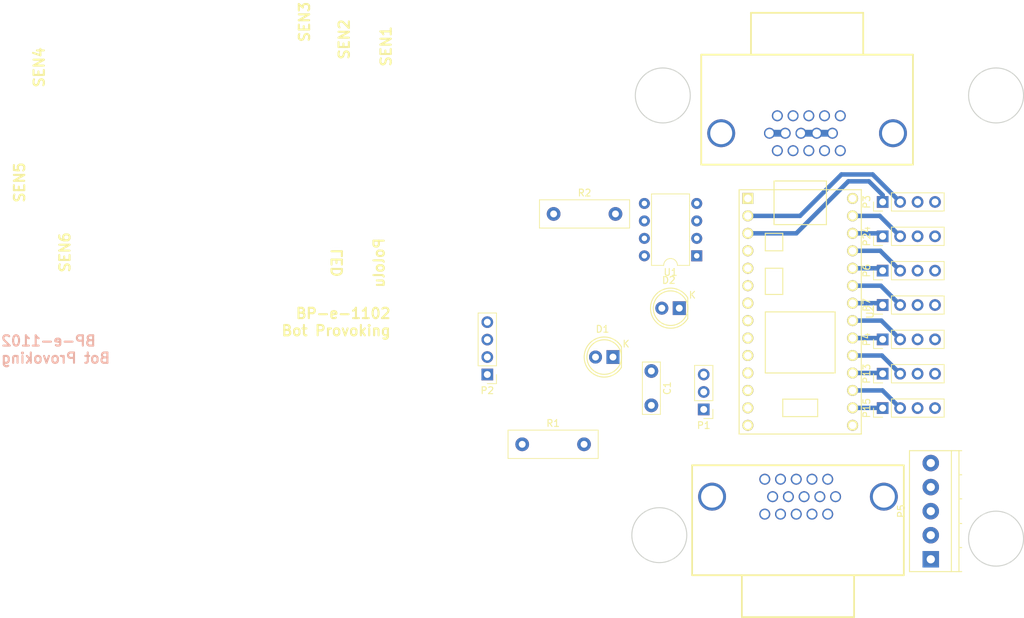
<source format=kicad_pcb>
(kicad_pcb (version 4) (host pcbnew 4.0.5)

  (general
    (links 76)
    (no_connects 59)
    (area 53.544 79.911143 204.687 169.745001)
    (thickness 1.6)
    (drawings 16)
    (tracks 36)
    (zones 0)
    (modules 19)
    (nets 45)
  )

  (page A4)
  (layers
    (0 F.Cu signal)
    (31 B.Cu signal)
    (32 B.Adhes user)
    (33 F.Adhes user)
    (34 B.Paste user)
    (35 F.Paste user)
    (36 B.SilkS user)
    (37 F.SilkS user)
    (38 B.Mask user)
    (39 F.Mask user)
    (40 Dwgs.User user)
    (41 Cmts.User user)
    (42 Eco1.User user)
    (43 Eco2.User user)
    (44 Edge.Cuts user)
    (45 Margin user)
    (46 B.CrtYd user)
    (47 F.CrtYd user)
    (48 B.Fab user)
    (49 F.Fab user)
  )

  (setup
    (last_trace_width 0.65)
    (trace_clearance 0.2)
    (zone_clearance 0.5)
    (zone_45_only no)
    (trace_min 0.2)
    (segment_width 0.2)
    (edge_width 0.15)
    (via_size 1)
    (via_drill 0.6)
    (via_min_size 0.4)
    (via_min_drill 0.3)
    (uvia_size 0.3)
    (uvia_drill 0.1)
    (uvias_allowed no)
    (uvia_min_size 0.2)
    (uvia_min_drill 0.1)
    (pcb_text_width 0.3)
    (pcb_text_size 1.5 1.5)
    (mod_edge_width 0.15)
    (mod_text_size 1 1)
    (mod_text_width 0.15)
    (pad_size 1.524 1.524)
    (pad_drill 0.762)
    (pad_to_mask_clearance 0.2)
    (aux_axis_origin 0 0)
    (visible_elements FFFFFF7F)
    (pcbplotparams
      (layerselection 0x01030_80000001)
      (usegerberextensions false)
      (excludeedgelayer true)
      (linewidth 0.100000)
      (plotframeref false)
      (viasonmask false)
      (mode 1)
      (useauxorigin false)
      (hpglpennumber 1)
      (hpglpenspeed 20)
      (hpglpendiameter 15)
      (hpglpenoverlay 2)
      (psnegative false)
      (psa4output false)
      (plotreference true)
      (plotvalue true)
      (plotinvisibletext false)
      (padsonsilk false)
      (subtractmaskfromsilk false)
      (outputformat 1)
      (mirror false)
      (drillshape 0)
      (scaleselection 1)
      (outputdirectory Gerber/))
  )

  (net 0 "")
  (net 1 GND)
  (net 2 "Net-(D1-Pad2)")
  (net 3 "Net-(D2-Pad2)")
  (net 4 "Net-(J1-Pad0)")
  (net 5 +12V)
  (net 6 +5V)
  (net 7 /CANH)
  (net 8 /CANL)
  (net 9 "Net-(J2-Pad0)")
  (net 10 /DIN)
  (net 11 /0A)
  (net 12 /0B)
  (net 13 /1A)
  (net 14 /1B)
  (net 15 /CAN_Tx)
  (net 16 /CAN_Rx)
  (net 17 "Net-(R2-Pad1)")
  (net 18 "Net-(R1-Pad1)")
  (net 19 /A6)
  (net 20 /A7)
  (net 21 /A2)
  (net 22 /A3)
  (net 23 /A0)
  (net 24 /A1)
  (net 25 /A8)
  (net 26 /A9)
  (net 27 "Net-(J1-Pad11)")
  (net 28 "Net-(J1-Pad5)")
  (net 29 "Net-(J1-Pad4)")
  (net 30 "Net-(J1-Pad3)")
  (net 31 "Net-(J2-Pad11)")
  (net 32 "Net-(J2-Pad5)")
  (net 33 "Net-(J2-Pad4)")
  (net 34 "Net-(J2-Pad3)")
  (net 35 /A4)
  (net 36 /A5)
  (net 37 "Net-(U1-Pad5)")
  (net 38 "Net-(U2-Pad20)")
  (net 39 "Net-(U2-Pad13)")
  (net 40 "Net-(U2-Pad12)")
  (net 41 "Net-(U2-Pad10)")
  (net 42 "Net-(U2-Pad9)")
  (net 43 "Net-(U2-Pad7)")
  (net 44 "Net-(U2-Pad4)")

  (net_class Default "This is the default net class."
    (clearance 0.2)
    (trace_width 0.65)
    (via_dia 1)
    (via_drill 0.6)
    (uvia_dia 0.3)
    (uvia_drill 0.1)
    (add_net /0A)
    (add_net /0B)
    (add_net /1A)
    (add_net /1B)
    (add_net /A0)
    (add_net /A1)
    (add_net /A2)
    (add_net /A3)
    (add_net /A4)
    (add_net /A5)
    (add_net /A6)
    (add_net /A7)
    (add_net /A8)
    (add_net /A9)
    (add_net /CANH)
    (add_net /CANL)
    (add_net /CAN_Rx)
    (add_net /CAN_Tx)
    (add_net /DIN)
    (add_net "Net-(D1-Pad2)")
    (add_net "Net-(D2-Pad2)")
    (add_net "Net-(J1-Pad0)")
    (add_net "Net-(J1-Pad11)")
    (add_net "Net-(J1-Pad3)")
    (add_net "Net-(J1-Pad4)")
    (add_net "Net-(J1-Pad5)")
    (add_net "Net-(J2-Pad0)")
    (add_net "Net-(J2-Pad11)")
    (add_net "Net-(J2-Pad3)")
    (add_net "Net-(J2-Pad4)")
    (add_net "Net-(J2-Pad5)")
    (add_net "Net-(R1-Pad1)")
    (add_net "Net-(R2-Pad1)")
    (add_net "Net-(U1-Pad5)")
    (add_net "Net-(U2-Pad10)")
    (add_net "Net-(U2-Pad12)")
    (add_net "Net-(U2-Pad13)")
    (add_net "Net-(U2-Pad20)")
    (add_net "Net-(U2-Pad4)")
    (add_net "Net-(U2-Pad7)")
    (add_net "Net-(U2-Pad9)")
  )

  (net_class Power ""
    (clearance 0.2)
    (trace_width 1)
    (via_dia 1)
    (via_drill 0.6)
    (uvia_dia 0.3)
    (uvia_drill 0.1)
    (add_net +12V)
    (add_net +5V)
    (add_net GND)
  )

  (module Teensy:Teensy30_31_32_LC_LessPins (layer F.Cu) (tedit 587814B3) (tstamp 58A8F491)
    (at 170 125 270)
    (path /5872AF2C)
    (fp_text reference U2 (at 0 -10.16 270) (layer F.SilkS)
      (effects (font (size 1 1) (thickness 0.15)))
    )
    (fp_text value Teensy3.2 (at 0 10.16 270) (layer F.Fab)
      (effects (font (size 1 1) (thickness 0.15)))
    )
    (fp_line (start -17.78 3.81) (end -19.05 3.81) (layer F.SilkS) (width 0.15))
    (fp_line (start -19.05 3.81) (end -19.05 -3.81) (layer F.SilkS) (width 0.15))
    (fp_line (start -19.05 -3.81) (end -17.78 -3.81) (layer F.SilkS) (width 0.15))
    (fp_line (start -6.35 5.08) (end -2.54 5.08) (layer F.SilkS) (width 0.15))
    (fp_line (start -2.54 5.08) (end -2.54 2.54) (layer F.SilkS) (width 0.15))
    (fp_line (start -2.54 2.54) (end -6.35 2.54) (layer F.SilkS) (width 0.15))
    (fp_line (start -6.35 2.54) (end -6.35 5.08) (layer F.SilkS) (width 0.15))
    (fp_line (start -12.7 3.81) (end -12.7 -3.81) (layer F.SilkS) (width 0.15))
    (fp_line (start -12.7 -3.81) (end -17.78 -3.81) (layer F.SilkS) (width 0.15))
    (fp_line (start -12.7 3.81) (end -17.78 3.81) (layer F.SilkS) (width 0.15))
    (fp_line (start -11.43 5.08) (end -8.89 5.08) (layer F.SilkS) (width 0.15))
    (fp_line (start -8.89 5.08) (end -8.89 2.54) (layer F.SilkS) (width 0.15))
    (fp_line (start -8.89 2.54) (end -11.43 2.54) (layer F.SilkS) (width 0.15))
    (fp_line (start -11.43 2.54) (end -11.43 5.08) (layer F.SilkS) (width 0.15))
    (fp_line (start 15.24 -2.54) (end 15.24 2.54) (layer F.SilkS) (width 0.15))
    (fp_line (start 15.24 2.54) (end 12.7 2.54) (layer F.SilkS) (width 0.15))
    (fp_line (start 12.7 2.54) (end 12.7 -2.54) (layer F.SilkS) (width 0.15))
    (fp_line (start 12.7 -2.54) (end 15.24 -2.54) (layer F.SilkS) (width 0.15))
    (fp_line (start 8.89 5.08) (end 8.89 -5.08) (layer F.SilkS) (width 0.15))
    (fp_line (start 0 -5.08) (end 0 5.08) (layer F.SilkS) (width 0.15))
    (fp_line (start 8.89 -5.08) (end 0 -5.08) (layer F.SilkS) (width 0.15))
    (fp_line (start 8.89 5.08) (end 0 5.08) (layer F.SilkS) (width 0.15))
    (fp_line (start -17.78 -8.89) (end 17.78 -8.89) (layer F.SilkS) (width 0.15))
    (fp_line (start 17.78 -8.89) (end 17.78 8.89) (layer F.SilkS) (width 0.15))
    (fp_line (start 17.78 8.89) (end -17.78 8.89) (layer F.SilkS) (width 0.15))
    (fp_line (start -17.78 8.89) (end -17.78 -8.89) (layer F.SilkS) (width 0.15))
    (pad 20 thru_hole circle (at 16.51 -7.62 270) (size 1.6 1.6) (drill 1.1) (layers *.Cu *.Mask F.SilkS)
      (net 38 "Net-(U2-Pad20)"))
    (pad 14 thru_hole circle (at 16.51 7.62 270) (size 1.6 1.6) (drill 1.1) (layers *.Cu *.Mask F.SilkS)
      (net 10 /DIN))
    (pad 21 thru_hole circle (at 13.97 -7.62 270) (size 1.6 1.6) (drill 1.1) (layers *.Cu *.Mask F.SilkS)
      (net 23 /A0))
    (pad 22 thru_hole circle (at 11.43 -7.62 270) (size 1.6 1.6) (drill 1.1) (layers *.Cu *.Mask F.SilkS)
      (net 24 /A1))
    (pad 23 thru_hole circle (at 8.89 -7.62 270) (size 1.6 1.6) (drill 1.1) (layers *.Cu *.Mask F.SilkS)
      (net 21 /A2))
    (pad 24 thru_hole circle (at 6.35 -7.62 270) (size 1.6 1.6) (drill 1.1) (layers *.Cu *.Mask F.SilkS)
      (net 22 /A3))
    (pad 25 thru_hole circle (at 3.81 -7.62 270) (size 1.6 1.6) (drill 1.1) (layers *.Cu *.Mask F.SilkS)
      (net 13 /1A))
    (pad 26 thru_hole circle (at 1.27 -7.62 270) (size 1.6 1.6) (drill 1.1) (layers *.Cu *.Mask F.SilkS)
      (net 14 /1B))
    (pad 27 thru_hole circle (at -1.27 -7.62 270) (size 1.6 1.6) (drill 1.1) (layers *.Cu *.Mask F.SilkS)
      (net 35 /A4))
    (pad 28 thru_hole circle (at -3.81 -7.62 270) (size 1.6 1.6) (drill 1.1) (layers *.Cu *.Mask F.SilkS)
      (net 36 /A5))
    (pad 29 thru_hole circle (at -6.35 -7.62 270) (size 1.6 1.6) (drill 1.1) (layers *.Cu *.Mask F.SilkS)
      (net 19 /A6))
    (pad 30 thru_hole circle (at -8.89 -7.62 270) (size 1.6 1.6) (drill 1.1) (layers *.Cu *.Mask F.SilkS)
      (net 20 /A7))
    (pad 31 thru_hole circle (at -11.43 -7.62 270) (size 1.6 1.6) (drill 1.1) (layers *.Cu *.Mask F.SilkS)
      (net 25 /A8))
    (pad 32 thru_hole circle (at -13.97 -7.62 270) (size 1.6 1.6) (drill 1.1) (layers *.Cu *.Mask F.SilkS)
      (net 26 /A9))
    (pad 33 thru_hole circle (at -16.51 -7.62 270) (size 1.6 1.6) (drill 1.1) (layers *.Cu *.Mask F.SilkS)
      (net 6 +5V))
    (pad 13 thru_hole circle (at 13.97 7.62 270) (size 1.6 1.6) (drill 1.1) (layers *.Cu *.Mask F.SilkS)
      (net 39 "Net-(U2-Pad13)"))
    (pad 12 thru_hole circle (at 11.43 7.62 270) (size 1.6 1.6) (drill 1.1) (layers *.Cu *.Mask F.SilkS)
      (net 40 "Net-(U2-Pad12)"))
    (pad 11 thru_hole circle (at 8.89 7.62 270) (size 1.6 1.6) (drill 1.1) (layers *.Cu *.Mask F.SilkS)
      (net 17 "Net-(R2-Pad1)"))
    (pad 10 thru_hole circle (at 6.35 7.62 270) (size 1.6 1.6) (drill 1.1) (layers *.Cu *.Mask F.SilkS)
      (net 41 "Net-(U2-Pad10)"))
    (pad 9 thru_hole circle (at 3.81 7.62 270) (size 1.6 1.6) (drill 1.1) (layers *.Cu *.Mask F.SilkS)
      (net 42 "Net-(U2-Pad9)"))
    (pad 8 thru_hole circle (at 1.27 7.62 270) (size 1.6 1.6) (drill 1.1) (layers *.Cu *.Mask F.SilkS)
      (net 18 "Net-(R1-Pad1)"))
    (pad 7 thru_hole circle (at -1.27 7.62 270) (size 1.6 1.6) (drill 1.1) (layers *.Cu *.Mask F.SilkS)
      (net 43 "Net-(U2-Pad7)"))
    (pad 6 thru_hole circle (at -3.81 7.62 270) (size 1.6 1.6) (drill 1.1) (layers *.Cu *.Mask F.SilkS)
      (net 16 /CAN_Rx))
    (pad 5 thru_hole circle (at -6.35 7.62 270) (size 1.6 1.6) (drill 1.1) (layers *.Cu *.Mask F.SilkS)
      (net 15 /CAN_Tx))
    (pad 4 thru_hole circle (at -8.89 7.62 270) (size 1.6 1.6) (drill 1.1) (layers *.Cu *.Mask F.SilkS)
      (net 44 "Net-(U2-Pad4)"))
    (pad 3 thru_hole circle (at -11.43 7.62 270) (size 1.6 1.6) (drill 1.1) (layers *.Cu *.Mask F.SilkS)
      (net 12 /0B))
    (pad 2 thru_hole circle (at -13.97 7.62 270) (size 1.6 1.6) (drill 1.1) (layers *.Cu *.Mask F.SilkS)
      (net 11 /0A))
    (pad 1 thru_hole rect (at -16.51 7.62 270) (size 1.6 1.6) (drill 1.1) (layers *.Cu *.Mask F.SilkS)
      (net 1 GND))
  )

  (module conn-db15-SPC15430:conn_SPC15430 (layer F.Cu) (tedit 0) (tstamp 587A6F54)
    (at 171 99)
    (path /5872D75A)
    (fp_text reference J2 (at -8.6487 -6.9088) (layer F.SilkS) hide
      (effects (font (size 0.59944 0.59944) (thickness 0.0508)))
    )
    (fp_text value DB15_HighDensity_MountingHoles (at 6.858 -6.7945) (layer F.SilkS) hide
      (effects (font (size 0.59944 0.59944) (thickness 0.0508)))
    )
    (fp_line (start -8.1661 -17.526) (end -8.1661 -11.43) (layer F.SilkS) (width 0.254))
    (fp_line (start -8.1661 -17.526) (end 8.1661 -17.526) (layer F.SilkS) (width 0.254))
    (fp_line (start 8.1661 -17.526) (end 8.1661 -11.43) (layer F.SilkS) (width 0.254))
    (fp_line (start -15.4051 -11.43) (end 15.4051 -11.43) (layer F.SilkS) (width 0.254))
    (fp_line (start 15.4051 -11.43) (end 15.4051 4.572) (layer F.SilkS) (width 0.254))
    (fp_line (start 15.4051 4.572) (end -15.4051 4.572) (layer F.SilkS) (width 0.254))
    (fp_line (start -15.4051 -11.43) (end -15.4051 4.572) (layer F.SilkS) (width 0.254))
    (pad 0 thru_hole circle (at -12.49934 0) (size 4.064 4.064) (drill 3.2004) (layers *.Cu *.Mask)
      (net 9 "Net-(J2-Pad0)"))
    (pad 0 thru_hole circle (at 12.49934 0) (size 4.064 4.064) (drill 3.2004) (layers *.Cu *.Mask)
      (net 9 "Net-(J2-Pad0)"))
    (pad 15 thru_hole circle (at 4.83 -2.54) (size 1.6002 1.6002) (drill 1.19126) (layers *.Cu *.Mask)
      (net 5 +12V))
    (pad 10 thru_hole circle (at 3.685 0) (size 1.6002 1.6002) (drill 1.19126) (layers *.Cu *.Mask)
      (net 1 GND))
    (pad 14 thru_hole circle (at 2.54 -2.54) (size 1.6002 1.6002) (drill 1.19126) (layers *.Cu *.Mask)
      (net 5 +12V))
    (pad 13 thru_hole circle (at 0.25 -2.54) (size 1.6002 1.6002) (drill 1.19126) (layers *.Cu *.Mask)
      (net 6 +5V))
    (pad 12 thru_hole circle (at -2.04 -2.54) (size 1.6002 1.6002) (drill 1.19126) (layers *.Cu *.Mask)
      (net 6 +5V))
    (pad 11 thru_hole circle (at -4.33 -2.54) (size 1.6002 1.6002) (drill 1.19126) (layers *.Cu *.Mask)
      (net 31 "Net-(J2-Pad11)"))
    (pad 9 thru_hole circle (at 1.395 0) (size 1.6002 1.6002) (drill 1.19126) (layers *.Cu *.Mask)
      (net 1 GND))
    (pad 8 thru_hole circle (at -0.895 0) (size 1.6002 1.6002) (drill 1.19126) (layers *.Cu *.Mask)
      (net 1 GND))
    (pad 7 thru_hole circle (at -3.185 0) (size 1.6002 1.6002) (drill 1.19126) (layers *.Cu *.Mask)
      (net 1 GND))
    (pad 6 thru_hole circle (at -5.475 0) (size 1.6002 1.6002) (drill 1.2) (layers *.Cu *.Mask)
      (net 1 GND))
    (pad 5 thru_hole circle (at 4.83 2.54) (size 1.6002 1.6002) (drill 1.19126) (layers *.Cu *.Mask)
      (net 32 "Net-(J2-Pad5)"))
    (pad 4 thru_hole circle (at 2.54 2.54) (size 1.6002 1.6002) (drill 1.19126) (layers *.Cu *.Mask)
      (net 33 "Net-(J2-Pad4)"))
    (pad 3 thru_hole circle (at 0.25 2.54) (size 1.6002 1.6002) (drill 1.19126) (layers *.Cu *.Mask)
      (net 34 "Net-(J2-Pad3)"))
    (pad 2 thru_hole circle (at -2.04 2.54) (size 1.6002 1.6002) (drill 1.19126) (layers *.Cu *.Mask)
      (net 8 /CANL))
    (pad 1 thru_hole circle (at -4.33 2.54) (size 1.6002 1.6002) (drill 1.19126) (layers *.Cu *.Mask)
      (net 7 /CANH))
    (model conn_spc15430.wrl
      (at (xyz 0 0 0))
      (scale (xyz 1 1 1))
      (rotate (xyz 0 0 0))
    )
  )

  (module conn-db15-SPC15430:conn_SPC15430 (layer F.Cu) (tedit 0) (tstamp 587A6F3F)
    (at 169.672 151.892 180)
    (path /5872B2DD)
    (fp_text reference J1 (at -8.6487 -6.9088 180) (layer F.SilkS) hide
      (effects (font (size 0.59944 0.59944) (thickness 0.0508)))
    )
    (fp_text value DB15_HighDensity_MountingHoles (at 6.858 -6.7945 180) (layer F.SilkS) hide
      (effects (font (size 0.59944 0.59944) (thickness 0.0508)))
    )
    (fp_line (start -8.1661 -17.526) (end -8.1661 -11.43) (layer F.SilkS) (width 0.254))
    (fp_line (start -8.1661 -17.526) (end 8.1661 -17.526) (layer F.SilkS) (width 0.254))
    (fp_line (start 8.1661 -17.526) (end 8.1661 -11.43) (layer F.SilkS) (width 0.254))
    (fp_line (start -15.4051 -11.43) (end 15.4051 -11.43) (layer F.SilkS) (width 0.254))
    (fp_line (start 15.4051 -11.43) (end 15.4051 4.572) (layer F.SilkS) (width 0.254))
    (fp_line (start 15.4051 4.572) (end -15.4051 4.572) (layer F.SilkS) (width 0.254))
    (fp_line (start -15.4051 -11.43) (end -15.4051 4.572) (layer F.SilkS) (width 0.254))
    (pad 0 thru_hole circle (at -12.49934 0 180) (size 4.064 4.064) (drill 3.2004) (layers *.Cu *.Mask)
      (net 4 "Net-(J1-Pad0)"))
    (pad 0 thru_hole circle (at 12.49934 0 180) (size 4.064 4.064) (drill 3.2004) (layers *.Cu *.Mask)
      (net 4 "Net-(J1-Pad0)"))
    (pad 15 thru_hole circle (at 4.83 -2.54 180) (size 1.6002 1.6002) (drill 1.19126) (layers *.Cu *.Mask)
      (net 5 +12V))
    (pad 10 thru_hole circle (at 3.685 0 180) (size 1.6002 1.6002) (drill 1.19126) (layers *.Cu *.Mask)
      (net 1 GND))
    (pad 14 thru_hole circle (at 2.54 -2.54 180) (size 1.6002 1.6002) (drill 1.19126) (layers *.Cu *.Mask)
      (net 5 +12V))
    (pad 13 thru_hole circle (at 0.25 -2.54 180) (size 1.6002 1.6002) (drill 1.19126) (layers *.Cu *.Mask)
      (net 6 +5V))
    (pad 12 thru_hole circle (at -2.04 -2.54 180) (size 1.6002 1.6002) (drill 1.19126) (layers *.Cu *.Mask)
      (net 6 +5V))
    (pad 11 thru_hole circle (at -4.33 -2.54 180) (size 1.6002 1.6002) (drill 1.19126) (layers *.Cu *.Mask)
      (net 27 "Net-(J1-Pad11)"))
    (pad 9 thru_hole circle (at 1.395 0 180) (size 1.6002 1.6002) (drill 1.19126) (layers *.Cu *.Mask)
      (net 1 GND))
    (pad 8 thru_hole circle (at -0.895 0 180) (size 1.6002 1.6002) (drill 1.19126) (layers *.Cu *.Mask)
      (net 1 GND))
    (pad 7 thru_hole circle (at -3.185 0 180) (size 1.6002 1.6002) (drill 1.19126) (layers *.Cu *.Mask)
      (net 1 GND))
    (pad 6 thru_hole circle (at -5.475 0 180) (size 1.6002 1.6002) (drill 1.2) (layers *.Cu *.Mask)
      (net 1 GND))
    (pad 5 thru_hole circle (at 4.83 2.54 180) (size 1.6002 1.6002) (drill 1.19126) (layers *.Cu *.Mask)
      (net 28 "Net-(J1-Pad5)"))
    (pad 4 thru_hole circle (at 2.54 2.54 180) (size 1.6002 1.6002) (drill 1.19126) (layers *.Cu *.Mask)
      (net 29 "Net-(J1-Pad4)"))
    (pad 3 thru_hole circle (at 0.25 2.54 180) (size 1.6002 1.6002) (drill 1.19126) (layers *.Cu *.Mask)
      (net 30 "Net-(J1-Pad3)"))
    (pad 2 thru_hole circle (at -2.04 2.54 180) (size 1.6002 1.6002) (drill 1.19126) (layers *.Cu *.Mask)
      (net 8 /CANL))
    (pad 1 thru_hole circle (at -4.33 2.54 180) (size 1.6002 1.6002) (drill 1.19126) (layers *.Cu *.Mask)
      (net 7 /CANH))
    (model conn_spc15430.wrl
      (at (xyz 0 0 0))
      (scale (xyz 1 1 1))
      (rotate (xyz 0 0 0))
    )
  )

  (module LEDs:LED-5MM (layer F.Cu) (tedit 5570F7EA) (tstamp 587A6F24)
    (at 142.748 131.572 180)
    (descr "LED 5mm round vertical")
    (tags "LED 5mm round vertical")
    (path /5872B42E)
    (fp_text reference D1 (at 1.524 4.064 180) (layer F.SilkS)
      (effects (font (size 1 1) (thickness 0.15)))
    )
    (fp_text value LED (at 1.524 -3.937 180) (layer F.Fab)
      (effects (font (size 1 1) (thickness 0.15)))
    )
    (fp_line (start -1.5 -1.55) (end -1.5 1.55) (layer F.CrtYd) (width 0.05))
    (fp_arc (start 1.3 0) (end -1.5 1.55) (angle -302) (layer F.CrtYd) (width 0.05))
    (fp_arc (start 1.27 0) (end -1.23 -1.5) (angle 297.5) (layer F.SilkS) (width 0.15))
    (fp_line (start -1.23 1.5) (end -1.23 -1.5) (layer F.SilkS) (width 0.15))
    (fp_circle (center 1.27 0) (end 0.97 -2.5) (layer F.SilkS) (width 0.15))
    (fp_text user K (at -1.905 1.905 180) (layer F.SilkS)
      (effects (font (size 1 1) (thickness 0.15)))
    )
    (pad 1 thru_hole rect (at 0 0 270) (size 2 1.9) (drill 1.00076) (layers *.Cu *.Mask)
      (net 1 GND))
    (pad 2 thru_hole circle (at 2.54 0 180) (size 1.9 1.9) (drill 1.00076) (layers *.Cu *.Mask)
      (net 2 "Net-(D1-Pad2)"))
    (model LEDs.3dshapes/LED-5MM.wrl
      (at (xyz 0.05 0 0))
      (scale (xyz 1 1 1))
      (rotate (xyz 0 0 90))
    )
  )

  (module LEDs:LED-5MM (layer F.Cu) (tedit 5570F7EA) (tstamp 587A6F2A)
    (at 152.4 124.46 180)
    (descr "LED 5mm round vertical")
    (tags "LED 5mm round vertical")
    (path /5872BACA)
    (fp_text reference D2 (at 1.524 4.064 180) (layer F.SilkS)
      (effects (font (size 1 1) (thickness 0.15)))
    )
    (fp_text value LED (at 1.524 -3.937 180) (layer F.Fab)
      (effects (font (size 1 1) (thickness 0.15)))
    )
    (fp_line (start -1.5 -1.55) (end -1.5 1.55) (layer F.CrtYd) (width 0.05))
    (fp_arc (start 1.3 0) (end -1.5 1.55) (angle -302) (layer F.CrtYd) (width 0.05))
    (fp_arc (start 1.27 0) (end -1.23 -1.5) (angle 297.5) (layer F.SilkS) (width 0.15))
    (fp_line (start -1.23 1.5) (end -1.23 -1.5) (layer F.SilkS) (width 0.15))
    (fp_circle (center 1.27 0) (end 0.97 -2.5) (layer F.SilkS) (width 0.15))
    (fp_text user K (at -1.905 1.905 180) (layer F.SilkS)
      (effects (font (size 1 1) (thickness 0.15)))
    )
    (pad 1 thru_hole rect (at 0 0 270) (size 2 1.9) (drill 1.00076) (layers *.Cu *.Mask)
      (net 1 GND))
    (pad 2 thru_hole circle (at 2.54 0 180) (size 1.9 1.9) (drill 1.00076) (layers *.Cu *.Mask)
      (net 3 "Net-(D2-Pad2)"))
    (model LEDs.3dshapes/LED-5MM.wrl
      (at (xyz 0.05 0 0))
      (scale (xyz 1 1 1))
      (rotate (xyz 0 0 90))
    )
  )

  (module Housings_DIP:DIP-8_W7.62mm (layer F.Cu) (tedit 586281B4) (tstamp 587A6F7F)
    (at 154.94 116.84 180)
    (descr "8-lead dip package, row spacing 7.62 mm (300 mils)")
    (tags "DIL DIP PDIP 2.54mm 7.62mm 300mil")
    (path /5872AEBC)
    (fp_text reference U1 (at 3.81 -2.39 180) (layer F.SilkS)
      (effects (font (size 1 1) (thickness 0.15)))
    )
    (fp_text value MCP2551-I/P (at 3.81 10.01 180) (layer F.Fab)
      (effects (font (size 1 1) (thickness 0.15)))
    )
    (fp_arc (start 3.81 -1.39) (end 2.81 -1.39) (angle -180) (layer F.SilkS) (width 0.12))
    (fp_line (start 1.635 -1.27) (end 6.985 -1.27) (layer F.Fab) (width 0.1))
    (fp_line (start 6.985 -1.27) (end 6.985 8.89) (layer F.Fab) (width 0.1))
    (fp_line (start 6.985 8.89) (end 0.635 8.89) (layer F.Fab) (width 0.1))
    (fp_line (start 0.635 8.89) (end 0.635 -0.27) (layer F.Fab) (width 0.1))
    (fp_line (start 0.635 -0.27) (end 1.635 -1.27) (layer F.Fab) (width 0.1))
    (fp_line (start 2.81 -1.39) (end 1.04 -1.39) (layer F.SilkS) (width 0.12))
    (fp_line (start 1.04 -1.39) (end 1.04 9.01) (layer F.SilkS) (width 0.12))
    (fp_line (start 1.04 9.01) (end 6.58 9.01) (layer F.SilkS) (width 0.12))
    (fp_line (start 6.58 9.01) (end 6.58 -1.39) (layer F.SilkS) (width 0.12))
    (fp_line (start 6.58 -1.39) (end 4.81 -1.39) (layer F.SilkS) (width 0.12))
    (fp_line (start -1.1 -1.6) (end -1.1 9.2) (layer F.CrtYd) (width 0.05))
    (fp_line (start -1.1 9.2) (end 8.7 9.2) (layer F.CrtYd) (width 0.05))
    (fp_line (start 8.7 9.2) (end 8.7 -1.6) (layer F.CrtYd) (width 0.05))
    (fp_line (start 8.7 -1.6) (end -1.1 -1.6) (layer F.CrtYd) (width 0.05))
    (pad 1 thru_hole rect (at 0 0 180) (size 1.6 1.6) (drill 0.8) (layers *.Cu *.Mask)
      (net 15 /CAN_Tx))
    (pad 5 thru_hole oval (at 7.62 7.62 180) (size 1.6 1.6) (drill 0.8) (layers *.Cu *.Mask)
      (net 37 "Net-(U1-Pad5)"))
    (pad 2 thru_hole oval (at 0 2.54 180) (size 1.6 1.6) (drill 0.8) (layers *.Cu *.Mask)
      (net 1 GND))
    (pad 6 thru_hole oval (at 7.62 5.08 180) (size 1.6 1.6) (drill 0.8) (layers *.Cu *.Mask)
      (net 8 /CANL))
    (pad 3 thru_hole oval (at 0 5.08 180) (size 1.6 1.6) (drill 0.8) (layers *.Cu *.Mask)
      (net 6 +5V))
    (pad 7 thru_hole oval (at 7.62 2.54 180) (size 1.6 1.6) (drill 0.8) (layers *.Cu *.Mask)
      (net 7 /CANH))
    (pad 4 thru_hole oval (at 0 7.62 180) (size 1.6 1.6) (drill 0.8) (layers *.Cu *.Mask)
      (net 16 /CAN_Rx))
    (pad 8 thru_hole oval (at 7.62 0 180) (size 1.6 1.6) (drill 0.8) (layers *.Cu *.Mask)
      (net 1 GND))
    (model Housings_DIP.3dshapes/DIP-8_W7.62mm.wrl
      (at (xyz 0 0 0))
      (scale (xyz 1 1 1))
      (rotate (xyz 0 0 0))
    )
  )

  (module Resistors_THT:R_Box_L13.0mm_W4.0mm_P9.00mm (layer F.Cu) (tedit 5874F707) (tstamp 587A7135)
    (at 129.54 144.272)
    (descr "Resistor, Box series, Radial, pin pitch=9.00mm, 2W, length*width=13*4mm^2, http://www.produktinfo.conrad.com/datenblaetter/425000-449999/443860-da-01-de-METALLBAND_WIDERSTAND_0_1_OHM_5W_5Pr.pdf")
    (tags "Resistor Box series Radial pin pitch 9.00mm 2W length 13mm width 4mm")
    (path /5872B926)
    (fp_text reference R1 (at 4.5 -3.06) (layer F.SilkS)
      (effects (font (size 1 1) (thickness 0.15)))
    )
    (fp_text value R (at 4.5 3.06) (layer F.Fab)
      (effects (font (size 1 1) (thickness 0.15)))
    )
    (fp_line (start -2 -2) (end -2 2) (layer F.Fab) (width 0.1))
    (fp_line (start -2 2) (end 11 2) (layer F.Fab) (width 0.1))
    (fp_line (start 11 2) (end 11 -2) (layer F.Fab) (width 0.1))
    (fp_line (start 11 -2) (end -2 -2) (layer F.Fab) (width 0.1))
    (fp_line (start -2.06 -2.06) (end 11.06 -2.06) (layer F.SilkS) (width 0.12))
    (fp_line (start -2.06 2.06) (end 11.06 2.06) (layer F.SilkS) (width 0.12))
    (fp_line (start -2.06 -2.06) (end -2.06 2.06) (layer F.SilkS) (width 0.12))
    (fp_line (start 11.06 -2.06) (end 11.06 2.06) (layer F.SilkS) (width 0.12))
    (fp_line (start -2.35 -2.35) (end -2.35 2.35) (layer F.CrtYd) (width 0.05))
    (fp_line (start -2.35 2.35) (end 11.35 2.35) (layer F.CrtYd) (width 0.05))
    (fp_line (start 11.35 2.35) (end 11.35 -2.35) (layer F.CrtYd) (width 0.05))
    (fp_line (start 11.35 -2.35) (end -2.35 -2.35) (layer F.CrtYd) (width 0.05))
    (pad 1 thru_hole circle (at 0 0) (size 2 2) (drill 1) (layers *.Cu *.Mask)
      (net 18 "Net-(R1-Pad1)"))
    (pad 2 thru_hole circle (at 9 0) (size 2 2) (drill 1) (layers *.Cu *.Mask)
      (net 2 "Net-(D1-Pad2)"))
    (model Resistors_ThroughHole.3dshapes/R_Box_L13.0mm_W4.0mm_P9.00mm.wrl
      (at (xyz 0 0 0))
      (scale (xyz 0.393701 0.393701 0.393701))
      (rotate (xyz 0 0 0))
    )
  )

  (module Resistors_THT:R_Box_L13.0mm_W4.0mm_P9.00mm (layer F.Cu) (tedit 5874F707) (tstamp 587A713B)
    (at 134.112 110.744)
    (descr "Resistor, Box series, Radial, pin pitch=9.00mm, 2W, length*width=13*4mm^2, http://www.produktinfo.conrad.com/datenblaetter/425000-449999/443860-da-01-de-METALLBAND_WIDERSTAND_0_1_OHM_5W_5Pr.pdf")
    (tags "Resistor Box series Radial pin pitch 9.00mm 2W length 13mm width 4mm")
    (path /5872BA90)
    (fp_text reference R2 (at 4.5 -3.06) (layer F.SilkS)
      (effects (font (size 1 1) (thickness 0.15)))
    )
    (fp_text value R (at 4.5 3.06) (layer F.Fab)
      (effects (font (size 1 1) (thickness 0.15)))
    )
    (fp_line (start -2 -2) (end -2 2) (layer F.Fab) (width 0.1))
    (fp_line (start -2 2) (end 11 2) (layer F.Fab) (width 0.1))
    (fp_line (start 11 2) (end 11 -2) (layer F.Fab) (width 0.1))
    (fp_line (start 11 -2) (end -2 -2) (layer F.Fab) (width 0.1))
    (fp_line (start -2.06 -2.06) (end 11.06 -2.06) (layer F.SilkS) (width 0.12))
    (fp_line (start -2.06 2.06) (end 11.06 2.06) (layer F.SilkS) (width 0.12))
    (fp_line (start -2.06 -2.06) (end -2.06 2.06) (layer F.SilkS) (width 0.12))
    (fp_line (start 11.06 -2.06) (end 11.06 2.06) (layer F.SilkS) (width 0.12))
    (fp_line (start -2.35 -2.35) (end -2.35 2.35) (layer F.CrtYd) (width 0.05))
    (fp_line (start -2.35 2.35) (end 11.35 2.35) (layer F.CrtYd) (width 0.05))
    (fp_line (start 11.35 2.35) (end 11.35 -2.35) (layer F.CrtYd) (width 0.05))
    (fp_line (start 11.35 -2.35) (end -2.35 -2.35) (layer F.CrtYd) (width 0.05))
    (pad 1 thru_hole circle (at 0 0) (size 2 2) (drill 1) (layers *.Cu *.Mask)
      (net 17 "Net-(R2-Pad1)"))
    (pad 2 thru_hole circle (at 9 0) (size 2 2) (drill 1) (layers *.Cu *.Mask)
      (net 3 "Net-(D2-Pad2)"))
    (model Resistors_ThroughHole.3dshapes/R_Box_L13.0mm_W4.0mm_P9.00mm.wrl
      (at (xyz 0 0 0))
      (scale (xyz 0.393701 0.393701 0.393701))
      (rotate (xyz 0 0 0))
    )
  )

  (module Capacitors_THT:C_Disc_D7.5mm_W2.5mm_P5.00mm (layer F.Cu) (tedit 58765D06) (tstamp 58893B32)
    (at 148.336 133.604 270)
    (descr "C, Disc series, Radial, pin pitch=5.00mm, , diameter*width=7.5*2.5mm^2, Capacitor, http://www.vishay.com/docs/28535/vy2series.pdf")
    (tags "C Disc series Radial pin pitch 5.00mm  diameter 7.5mm width 2.5mm Capacitor")
    (path /58893CA0)
    (fp_text reference C1 (at 2.5 -2.31 270) (layer F.SilkS)
      (effects (font (size 1 1) (thickness 0.15)))
    )
    (fp_text value C (at 2.5 2.31 270) (layer F.Fab)
      (effects (font (size 1 1) (thickness 0.15)))
    )
    (fp_line (start -1.25 -1.25) (end -1.25 1.25) (layer F.Fab) (width 0.1))
    (fp_line (start -1.25 1.25) (end 6.25 1.25) (layer F.Fab) (width 0.1))
    (fp_line (start 6.25 1.25) (end 6.25 -1.25) (layer F.Fab) (width 0.1))
    (fp_line (start 6.25 -1.25) (end -1.25 -1.25) (layer F.Fab) (width 0.1))
    (fp_line (start -1.31 -1.31) (end 6.31 -1.31) (layer F.SilkS) (width 0.12))
    (fp_line (start -1.31 1.31) (end 6.31 1.31) (layer F.SilkS) (width 0.12))
    (fp_line (start -1.31 -1.31) (end -1.31 1.31) (layer F.SilkS) (width 0.12))
    (fp_line (start 6.31 -1.31) (end 6.31 1.31) (layer F.SilkS) (width 0.12))
    (fp_line (start -1.6 -1.6) (end -1.6 1.6) (layer F.CrtYd) (width 0.05))
    (fp_line (start -1.6 1.6) (end 6.6 1.6) (layer F.CrtYd) (width 0.05))
    (fp_line (start 6.6 1.6) (end 6.6 -1.6) (layer F.CrtYd) (width 0.05))
    (fp_line (start 6.6 -1.6) (end -1.6 -1.6) (layer F.CrtYd) (width 0.05))
    (pad 1 thru_hole circle (at 0 0 270) (size 2 2) (drill 1) (layers *.Cu *.Mask)
      (net 6 +5V))
    (pad 2 thru_hole circle (at 5 0 270) (size 2 2) (drill 1) (layers *.Cu *.Mask)
      (net 1 GND))
    (model Capacitors_ThroughHole.3dshapes/C_Disc_D7.5mm_W2.5mm_P5.00mm.wrl
      (at (xyz 0 0 0))
      (scale (xyz 0.393701 0.393701 0.393701))
      (rotate (xyz 0 0 0))
    )
  )

  (module Socket_Strips:Socket_Strip_Straight_1x03_Pitch2.54mm (layer F.Cu) (tedit 588DE956) (tstamp 58AA38BE)
    (at 155.956 139.192 180)
    (descr "Through hole straight socket strip, 1x03, 2.54mm pitch, single row")
    (tags "Through hole socket strip THT 1x03 2.54mm single row")
    (path /58798A7D)
    (fp_text reference P1 (at 0 -2.33 180) (layer F.SilkS)
      (effects (font (size 1 1) (thickness 0.15)))
    )
    (fp_text value CONN_01X03 (at 0 7.41 180) (layer F.Fab)
      (effects (font (size 1 1) (thickness 0.15)))
    )
    (fp_line (start -1.27 -1.27) (end -1.27 6.35) (layer F.Fab) (width 0.1))
    (fp_line (start -1.27 6.35) (end 1.27 6.35) (layer F.Fab) (width 0.1))
    (fp_line (start 1.27 6.35) (end 1.27 -1.27) (layer F.Fab) (width 0.1))
    (fp_line (start 1.27 -1.27) (end -1.27 -1.27) (layer F.Fab) (width 0.1))
    (fp_line (start -1.33 1.27) (end -1.33 6.41) (layer F.SilkS) (width 0.12))
    (fp_line (start -1.33 6.41) (end 1.33 6.41) (layer F.SilkS) (width 0.12))
    (fp_line (start 1.33 6.41) (end 1.33 1.27) (layer F.SilkS) (width 0.12))
    (fp_line (start 1.33 1.27) (end -1.33 1.27) (layer F.SilkS) (width 0.12))
    (fp_line (start -1.33 0) (end -1.33 -1.33) (layer F.SilkS) (width 0.12))
    (fp_line (start -1.33 -1.33) (end 0 -1.33) (layer F.SilkS) (width 0.12))
    (fp_line (start -1.55 -1.55) (end -1.55 6.6) (layer F.CrtYd) (width 0.05))
    (fp_line (start -1.55 6.6) (end 1.55 6.6) (layer F.CrtYd) (width 0.05))
    (fp_line (start 1.55 6.6) (end 1.55 -1.55) (layer F.CrtYd) (width 0.05))
    (fp_line (start 1.55 -1.55) (end -1.55 -1.55) (layer F.CrtYd) (width 0.05))
    (pad 1 thru_hole rect (at 0 0 180) (size 1.7 1.7) (drill 1) (layers *.Cu *.Mask)
      (net 1 GND))
    (pad 2 thru_hole oval (at 0 2.54 180) (size 1.7 1.7) (drill 1) (layers *.Cu *.Mask)
      (net 10 /DIN))
    (pad 3 thru_hole oval (at 0 5.08 180) (size 1.7 1.7) (drill 1) (layers *.Cu *.Mask)
      (net 6 +5V))
    (model Socket_Strips.3dshapes/Socket_Strip_Straight_1x03_Pitch2.54mm.wrl
      (at (xyz 0 -0.1 0))
      (scale (xyz 1 1 1))
      (rotate (xyz 0 0 270))
    )
  )

  (module Socket_Strips:Socket_Strip_Straight_1x04_Pitch2.54mm (layer F.Cu) (tedit 588DE956) (tstamp 58AA38D2)
    (at 124.46 134.112 180)
    (descr "Through hole straight socket strip, 1x04, 2.54mm pitch, single row")
    (tags "Through hole socket strip THT 1x04 2.54mm single row")
    (path /587A8A18)
    (fp_text reference P2 (at 0 -2.33 180) (layer F.SilkS)
      (effects (font (size 1 1) (thickness 0.15)))
    )
    (fp_text value CONN_01X04 (at 0 9.95 180) (layer F.Fab)
      (effects (font (size 1 1) (thickness 0.15)))
    )
    (fp_line (start -1.27 -1.27) (end -1.27 8.89) (layer F.Fab) (width 0.1))
    (fp_line (start -1.27 8.89) (end 1.27 8.89) (layer F.Fab) (width 0.1))
    (fp_line (start 1.27 8.89) (end 1.27 -1.27) (layer F.Fab) (width 0.1))
    (fp_line (start 1.27 -1.27) (end -1.27 -1.27) (layer F.Fab) (width 0.1))
    (fp_line (start -1.33 1.27) (end -1.33 8.95) (layer F.SilkS) (width 0.12))
    (fp_line (start -1.33 8.95) (end 1.33 8.95) (layer F.SilkS) (width 0.12))
    (fp_line (start 1.33 8.95) (end 1.33 1.27) (layer F.SilkS) (width 0.12))
    (fp_line (start 1.33 1.27) (end -1.33 1.27) (layer F.SilkS) (width 0.12))
    (fp_line (start -1.33 0) (end -1.33 -1.33) (layer F.SilkS) (width 0.12))
    (fp_line (start -1.33 -1.33) (end 0 -1.33) (layer F.SilkS) (width 0.12))
    (fp_line (start -1.55 -1.55) (end -1.55 9.15) (layer F.CrtYd) (width 0.05))
    (fp_line (start -1.55 9.15) (end 1.55 9.15) (layer F.CrtYd) (width 0.05))
    (fp_line (start 1.55 9.15) (end 1.55 -1.55) (layer F.CrtYd) (width 0.05))
    (fp_line (start 1.55 -1.55) (end -1.55 -1.55) (layer F.CrtYd) (width 0.05))
    (pad 1 thru_hole rect (at 0 0 180) (size 1.7 1.7) (drill 1) (layers *.Cu *.Mask)
      (net 5 +12V))
    (pad 2 thru_hole oval (at 0 2.54 180) (size 1.7 1.7) (drill 1) (layers *.Cu *.Mask)
      (net 1 GND))
    (pad 3 thru_hole oval (at 0 5.08 180) (size 1.7 1.7) (drill 1) (layers *.Cu *.Mask)
      (net 1 GND))
    (pad 4 thru_hole oval (at 0 7.62 180) (size 1.7 1.7) (drill 1) (layers *.Cu *.Mask)
      (net 6 +5V))
    (model Socket_Strips.3dshapes/Socket_Strip_Straight_1x04_Pitch2.54mm.wrl
      (at (xyz 0 -0.15 0))
      (scale (xyz 1 1 1))
      (rotate (xyz 0 0 270))
    )
  )

  (module Socket_Strips:Socket_Strip_Straight_1x04_Pitch2.54mm (layer F.Cu) (tedit 588DE956) (tstamp 58AA38E7)
    (at 182 109 90)
    (descr "Through hole straight socket strip, 1x04, 2.54mm pitch, single row")
    (tags "Through hole socket strip THT 1x04 2.54mm single row")
    (path /587A6865)
    (fp_text reference P3 (at 0 -2.33 90) (layer F.SilkS)
      (effects (font (size 1 1) (thickness 0.15)))
    )
    (fp_text value CONN_01X04 (at 0 9.95 90) (layer F.Fab)
      (effects (font (size 1 1) (thickness 0.15)))
    )
    (fp_line (start -1.27 -1.27) (end -1.27 8.89) (layer F.Fab) (width 0.1))
    (fp_line (start -1.27 8.89) (end 1.27 8.89) (layer F.Fab) (width 0.1))
    (fp_line (start 1.27 8.89) (end 1.27 -1.27) (layer F.Fab) (width 0.1))
    (fp_line (start 1.27 -1.27) (end -1.27 -1.27) (layer F.Fab) (width 0.1))
    (fp_line (start -1.33 1.27) (end -1.33 8.95) (layer F.SilkS) (width 0.12))
    (fp_line (start -1.33 8.95) (end 1.33 8.95) (layer F.SilkS) (width 0.12))
    (fp_line (start 1.33 8.95) (end 1.33 1.27) (layer F.SilkS) (width 0.12))
    (fp_line (start 1.33 1.27) (end -1.33 1.27) (layer F.SilkS) (width 0.12))
    (fp_line (start -1.33 0) (end -1.33 -1.33) (layer F.SilkS) (width 0.12))
    (fp_line (start -1.33 -1.33) (end 0 -1.33) (layer F.SilkS) (width 0.12))
    (fp_line (start -1.55 -1.55) (end -1.55 9.15) (layer F.CrtYd) (width 0.05))
    (fp_line (start -1.55 9.15) (end 1.55 9.15) (layer F.CrtYd) (width 0.05))
    (fp_line (start 1.55 9.15) (end 1.55 -1.55) (layer F.CrtYd) (width 0.05))
    (fp_line (start 1.55 -1.55) (end -1.55 -1.55) (layer F.CrtYd) (width 0.05))
    (pad 1 thru_hole rect (at 0 0 90) (size 1.7 1.7) (drill 1) (layers *.Cu *.Mask)
      (net 12 /0B))
    (pad 2 thru_hole oval (at 0 2.54 90) (size 1.7 1.7) (drill 1) (layers *.Cu *.Mask)
      (net 11 /0A))
    (pad 3 thru_hole oval (at 0 5.08 90) (size 1.7 1.7) (drill 1) (layers *.Cu *.Mask)
      (net 6 +5V))
    (pad 4 thru_hole oval (at 0 7.62 90) (size 1.7 1.7) (drill 1) (layers *.Cu *.Mask)
      (net 1 GND))
    (model Socket_Strips.3dshapes/Socket_Strip_Straight_1x04_Pitch2.54mm.wrl
      (at (xyz 0 -0.15 0))
      (scale (xyz 1 1 1))
      (rotate (xyz 0 0 270))
    )
  )

  (module Socket_Strips:Socket_Strip_Straight_1x04_Pitch2.54mm (layer F.Cu) (tedit 588DE956) (tstamp 58AA38FC)
    (at 182 129 90)
    (descr "Through hole straight socket strip, 1x04, 2.54mm pitch, single row")
    (tags "Through hole socket strip THT 1x04 2.54mm single row")
    (path /587A695F)
    (fp_text reference P4 (at 0 -2.33 90) (layer F.SilkS)
      (effects (font (size 1 1) (thickness 0.15)))
    )
    (fp_text value CONN_01X04 (at 0 9.95 90) (layer F.Fab)
      (effects (font (size 1 1) (thickness 0.15)))
    )
    (fp_line (start -1.27 -1.27) (end -1.27 8.89) (layer F.Fab) (width 0.1))
    (fp_line (start -1.27 8.89) (end 1.27 8.89) (layer F.Fab) (width 0.1))
    (fp_line (start 1.27 8.89) (end 1.27 -1.27) (layer F.Fab) (width 0.1))
    (fp_line (start 1.27 -1.27) (end -1.27 -1.27) (layer F.Fab) (width 0.1))
    (fp_line (start -1.33 1.27) (end -1.33 8.95) (layer F.SilkS) (width 0.12))
    (fp_line (start -1.33 8.95) (end 1.33 8.95) (layer F.SilkS) (width 0.12))
    (fp_line (start 1.33 8.95) (end 1.33 1.27) (layer F.SilkS) (width 0.12))
    (fp_line (start 1.33 1.27) (end -1.33 1.27) (layer F.SilkS) (width 0.12))
    (fp_line (start -1.33 0) (end -1.33 -1.33) (layer F.SilkS) (width 0.12))
    (fp_line (start -1.33 -1.33) (end 0 -1.33) (layer F.SilkS) (width 0.12))
    (fp_line (start -1.55 -1.55) (end -1.55 9.15) (layer F.CrtYd) (width 0.05))
    (fp_line (start -1.55 9.15) (end 1.55 9.15) (layer F.CrtYd) (width 0.05))
    (fp_line (start 1.55 9.15) (end 1.55 -1.55) (layer F.CrtYd) (width 0.05))
    (fp_line (start 1.55 -1.55) (end -1.55 -1.55) (layer F.CrtYd) (width 0.05))
    (pad 1 thru_hole rect (at 0 0 90) (size 1.7 1.7) (drill 1) (layers *.Cu *.Mask)
      (net 13 /1A))
    (pad 2 thru_hole oval (at 0 2.54 90) (size 1.7 1.7) (drill 1) (layers *.Cu *.Mask)
      (net 14 /1B))
    (pad 3 thru_hole oval (at 0 5.08 90) (size 1.7 1.7) (drill 1) (layers *.Cu *.Mask)
      (net 6 +5V))
    (pad 4 thru_hole oval (at 0 7.62 90) (size 1.7 1.7) (drill 1) (layers *.Cu *.Mask)
      (net 1 GND))
    (model Socket_Strips.3dshapes/Socket_Strip_Straight_1x04_Pitch2.54mm.wrl
      (at (xyz 0 -0.15 0))
      (scale (xyz 1 1 1))
      (rotate (xyz 0 0 270))
    )
  )

  (module Connectors_Terminal_Blocks:TerminalBlock_Pheonix_PT-3.5mm_5pol (layer F.Cu) (tedit 0) (tstamp 58AA3926)
    (at 189 161 90)
    (descr "5-way 3.5mm pitch terminal block, Phoenix PT series")
    (path /58AA31F6)
    (fp_text reference P5 (at 7 -4.3 90) (layer F.SilkS)
      (effects (font (size 1 1) (thickness 0.15)))
    )
    (fp_text value CONN_01X05 (at 7 6 90) (layer F.Fab)
      (effects (font (size 1 1) (thickness 0.15)))
    )
    (fp_line (start -2 -3.3) (end 16 -3.3) (layer F.CrtYd) (width 0.05))
    (fp_line (start -2 4.7) (end -2 -3.3) (layer F.CrtYd) (width 0.05))
    (fp_line (start 16 4.7) (end -2 4.7) (layer F.CrtYd) (width 0.05))
    (fp_line (start 16 -3.3) (end 16 4.7) (layer F.CrtYd) (width 0.05))
    (fp_line (start 12.3 4.1) (end 12.3 4.5) (layer F.SilkS) (width 0.15))
    (fp_line (start 8.8 4.1) (end 8.8 4.5) (layer F.SilkS) (width 0.15))
    (fp_line (start 1.7 4.1) (end 1.7 4.5) (layer F.SilkS) (width 0.15))
    (fp_line (start 5.2 4.1) (end 5.2 4.5) (layer F.SilkS) (width 0.15))
    (fp_line (start -1.8 3) (end 15.8 3) (layer F.SilkS) (width 0.15))
    (fp_line (start -1.8 4.1) (end 15.8 4.1) (layer F.SilkS) (width 0.15))
    (fp_line (start -1.8 -3.1) (end -1.8 4.5) (layer F.SilkS) (width 0.15))
    (fp_line (start 15.8 4.5) (end 15.8 -3.1) (layer F.SilkS) (width 0.15))
    (fp_line (start 15.8 -3.1) (end -1.8 -3.1) (layer F.SilkS) (width 0.15))
    (pad 2 thru_hole circle (at 3.5 0 90) (size 2.4 2.4) (drill 1.2) (layers *.Cu *.Mask)
      (net 7 /CANH))
    (pad 1 thru_hole rect (at 0 0 90) (size 2.4 2.4) (drill 1.2) (layers *.Cu *.Mask)
      (net 8 /CANL))
    (pad 3 thru_hole circle (at 7 0 90) (size 2.4 2.4) (drill 1.2) (layers *.Cu *.Mask)
      (net 5 +12V))
    (pad 4 thru_hole circle (at 10.5 0 90) (size 2.4 2.4) (drill 1.2) (layers *.Cu *.Mask)
      (net 6 +5V))
    (pad 5 thru_hole circle (at 14 0 90) (size 2.4 2.4) (drill 1.2) (layers *.Cu *.Mask)
      (net 1 GND))
    (model Terminal_Blocks.3dshapes/TerminalBlock_Pheonix_PT-3.5mm_5pol.wrl
      (at (xyz 0 0 0))
      (scale (xyz 1 1 1))
      (rotate (xyz 0 0 0))
    )
  )

  (module Socket_Strips:Socket_Strip_Straight_1x04_Pitch2.54mm (layer F.Cu) (tedit 588DE956) (tstamp 58AA393C)
    (at 182 134 90)
    (descr "Through hole straight socket strip, 1x04, 2.54mm pitch, single row")
    (tags "Through hole socket strip THT 1x04 2.54mm single row")
    (path /58A8FC85)
    (fp_text reference P13 (at 0 -2.33 90) (layer F.SilkS)
      (effects (font (size 1 1) (thickness 0.15)))
    )
    (fp_text value CONN_01X04 (at 0 9.95 90) (layer F.Fab)
      (effects (font (size 1 1) (thickness 0.15)))
    )
    (fp_line (start -1.27 -1.27) (end -1.27 8.89) (layer F.Fab) (width 0.1))
    (fp_line (start -1.27 8.89) (end 1.27 8.89) (layer F.Fab) (width 0.1))
    (fp_line (start 1.27 8.89) (end 1.27 -1.27) (layer F.Fab) (width 0.1))
    (fp_line (start 1.27 -1.27) (end -1.27 -1.27) (layer F.Fab) (width 0.1))
    (fp_line (start -1.33 1.27) (end -1.33 8.95) (layer F.SilkS) (width 0.12))
    (fp_line (start -1.33 8.95) (end 1.33 8.95) (layer F.SilkS) (width 0.12))
    (fp_line (start 1.33 8.95) (end 1.33 1.27) (layer F.SilkS) (width 0.12))
    (fp_line (start 1.33 1.27) (end -1.33 1.27) (layer F.SilkS) (width 0.12))
    (fp_line (start -1.33 0) (end -1.33 -1.33) (layer F.SilkS) (width 0.12))
    (fp_line (start -1.33 -1.33) (end 0 -1.33) (layer F.SilkS) (width 0.12))
    (fp_line (start -1.55 -1.55) (end -1.55 9.15) (layer F.CrtYd) (width 0.05))
    (fp_line (start -1.55 9.15) (end 1.55 9.15) (layer F.CrtYd) (width 0.05))
    (fp_line (start 1.55 9.15) (end 1.55 -1.55) (layer F.CrtYd) (width 0.05))
    (fp_line (start 1.55 -1.55) (end -1.55 -1.55) (layer F.CrtYd) (width 0.05))
    (pad 1 thru_hole rect (at 0 0 90) (size 1.7 1.7) (drill 1) (layers *.Cu *.Mask)
      (net 21 /A2))
    (pad 2 thru_hole oval (at 0 2.54 90) (size 1.7 1.7) (drill 1) (layers *.Cu *.Mask)
      (net 22 /A3))
    (pad 3 thru_hole oval (at 0 5.08 90) (size 1.7 1.7) (drill 1) (layers *.Cu *.Mask)
      (net 6 +5V))
    (pad 4 thru_hole oval (at 0 7.62 90) (size 1.7 1.7) (drill 1) (layers *.Cu *.Mask)
      (net 1 GND))
    (model Socket_Strips.3dshapes/Socket_Strip_Straight_1x04_Pitch2.54mm.wrl
      (at (xyz 0 -0.15 0))
      (scale (xyz 1 1 1))
      (rotate (xyz 0 0 270))
    )
  )

  (module Socket_Strips:Socket_Strip_Straight_1x04_Pitch2.54mm (layer F.Cu) (tedit 588DE956) (tstamp 58AA3952)
    (at 182 139 90)
    (descr "Through hole straight socket strip, 1x04, 2.54mm pitch, single row")
    (tags "Through hole socket strip THT 1x04 2.54mm single row")
    (path /58A8FDA2)
    (fp_text reference P15 (at 0 -2.33 90) (layer F.SilkS)
      (effects (font (size 1 1) (thickness 0.15)))
    )
    (fp_text value CONN_01X04 (at 0 9.95 90) (layer F.Fab)
      (effects (font (size 1 1) (thickness 0.15)))
    )
    (fp_line (start -1.27 -1.27) (end -1.27 8.89) (layer F.Fab) (width 0.1))
    (fp_line (start -1.27 8.89) (end 1.27 8.89) (layer F.Fab) (width 0.1))
    (fp_line (start 1.27 8.89) (end 1.27 -1.27) (layer F.Fab) (width 0.1))
    (fp_line (start 1.27 -1.27) (end -1.27 -1.27) (layer F.Fab) (width 0.1))
    (fp_line (start -1.33 1.27) (end -1.33 8.95) (layer F.SilkS) (width 0.12))
    (fp_line (start -1.33 8.95) (end 1.33 8.95) (layer F.SilkS) (width 0.12))
    (fp_line (start 1.33 8.95) (end 1.33 1.27) (layer F.SilkS) (width 0.12))
    (fp_line (start 1.33 1.27) (end -1.33 1.27) (layer F.SilkS) (width 0.12))
    (fp_line (start -1.33 0) (end -1.33 -1.33) (layer F.SilkS) (width 0.12))
    (fp_line (start -1.33 -1.33) (end 0 -1.33) (layer F.SilkS) (width 0.12))
    (fp_line (start -1.55 -1.55) (end -1.55 9.15) (layer F.CrtYd) (width 0.05))
    (fp_line (start -1.55 9.15) (end 1.55 9.15) (layer F.CrtYd) (width 0.05))
    (fp_line (start 1.55 9.15) (end 1.55 -1.55) (layer F.CrtYd) (width 0.05))
    (fp_line (start 1.55 -1.55) (end -1.55 -1.55) (layer F.CrtYd) (width 0.05))
    (pad 1 thru_hole rect (at 0 0 90) (size 1.7 1.7) (drill 1) (layers *.Cu *.Mask)
      (net 23 /A0))
    (pad 2 thru_hole oval (at 0 2.54 90) (size 1.7 1.7) (drill 1) (layers *.Cu *.Mask)
      (net 24 /A1))
    (pad 3 thru_hole oval (at 0 5.08 90) (size 1.7 1.7) (drill 1) (layers *.Cu *.Mask)
      (net 6 +5V))
    (pad 4 thru_hole oval (at 0 7.62 90) (size 1.7 1.7) (drill 1) (layers *.Cu *.Mask)
      (net 1 GND))
    (model Socket_Strips.3dshapes/Socket_Strip_Straight_1x04_Pitch2.54mm.wrl
      (at (xyz 0 -0.15 0))
      (scale (xyz 1 1 1))
      (rotate (xyz 0 0 270))
    )
  )

  (module Socket_Strips:Socket_Strip_Straight_1x04_Pitch2.54mm (layer F.Cu) (tedit 588DE956) (tstamp 58AA3968)
    (at 182 114 90)
    (descr "Through hole straight socket strip, 1x04, 2.54mm pitch, single row")
    (tags "Through hole socket strip THT 1x04 2.54mm single row")
    (path /58A8FC16)
    (fp_text reference P24 (at 0 -2.33 90) (layer F.SilkS)
      (effects (font (size 1 1) (thickness 0.15)))
    )
    (fp_text value CONN_01X04 (at 0 9.95 90) (layer F.Fab)
      (effects (font (size 1 1) (thickness 0.15)))
    )
    (fp_line (start -1.27 -1.27) (end -1.27 8.89) (layer F.Fab) (width 0.1))
    (fp_line (start -1.27 8.89) (end 1.27 8.89) (layer F.Fab) (width 0.1))
    (fp_line (start 1.27 8.89) (end 1.27 -1.27) (layer F.Fab) (width 0.1))
    (fp_line (start 1.27 -1.27) (end -1.27 -1.27) (layer F.Fab) (width 0.1))
    (fp_line (start -1.33 1.27) (end -1.33 8.95) (layer F.SilkS) (width 0.12))
    (fp_line (start -1.33 8.95) (end 1.33 8.95) (layer F.SilkS) (width 0.12))
    (fp_line (start 1.33 8.95) (end 1.33 1.27) (layer F.SilkS) (width 0.12))
    (fp_line (start 1.33 1.27) (end -1.33 1.27) (layer F.SilkS) (width 0.12))
    (fp_line (start -1.33 0) (end -1.33 -1.33) (layer F.SilkS) (width 0.12))
    (fp_line (start -1.33 -1.33) (end 0 -1.33) (layer F.SilkS) (width 0.12))
    (fp_line (start -1.55 -1.55) (end -1.55 9.15) (layer F.CrtYd) (width 0.05))
    (fp_line (start -1.55 9.15) (end 1.55 9.15) (layer F.CrtYd) (width 0.05))
    (fp_line (start 1.55 9.15) (end 1.55 -1.55) (layer F.CrtYd) (width 0.05))
    (fp_line (start 1.55 -1.55) (end -1.55 -1.55) (layer F.CrtYd) (width 0.05))
    (pad 1 thru_hole rect (at 0 0 90) (size 1.7 1.7) (drill 1) (layers *.Cu *.Mask)
      (net 25 /A8))
    (pad 2 thru_hole oval (at 0 2.54 90) (size 1.7 1.7) (drill 1) (layers *.Cu *.Mask)
      (net 26 /A9))
    (pad 3 thru_hole oval (at 0 5.08 90) (size 1.7 1.7) (drill 1) (layers *.Cu *.Mask)
      (net 6 +5V))
    (pad 4 thru_hole oval (at 0 7.62 90) (size 1.7 1.7) (drill 1) (layers *.Cu *.Mask)
      (net 1 GND))
    (model Socket_Strips.3dshapes/Socket_Strip_Straight_1x04_Pitch2.54mm.wrl
      (at (xyz 0 -0.15 0))
      (scale (xyz 1 1 1))
      (rotate (xyz 0 0 270))
    )
  )

  (module Socket_Strips:Socket_Strip_Straight_1x04_Pitch2.54mm (layer F.Cu) (tedit 588DE956) (tstamp 58AA65C1)
    (at 182 119 90)
    (descr "Through hole straight socket strip, 1x04, 2.54mm pitch, single row")
    (tags "Through hole socket strip THT 1x04 2.54mm single row")
    (path /58AA511C)
    (fp_text reference P6 (at 0 -2.33 90) (layer F.SilkS)
      (effects (font (size 1 1) (thickness 0.15)))
    )
    (fp_text value CONN_01X04 (at 0 9.95 90) (layer F.Fab)
      (effects (font (size 1 1) (thickness 0.15)))
    )
    (fp_line (start -1.27 -1.27) (end -1.27 8.89) (layer F.Fab) (width 0.1))
    (fp_line (start -1.27 8.89) (end 1.27 8.89) (layer F.Fab) (width 0.1))
    (fp_line (start 1.27 8.89) (end 1.27 -1.27) (layer F.Fab) (width 0.1))
    (fp_line (start 1.27 -1.27) (end -1.27 -1.27) (layer F.Fab) (width 0.1))
    (fp_line (start -1.33 1.27) (end -1.33 8.95) (layer F.SilkS) (width 0.12))
    (fp_line (start -1.33 8.95) (end 1.33 8.95) (layer F.SilkS) (width 0.12))
    (fp_line (start 1.33 8.95) (end 1.33 1.27) (layer F.SilkS) (width 0.12))
    (fp_line (start 1.33 1.27) (end -1.33 1.27) (layer F.SilkS) (width 0.12))
    (fp_line (start -1.33 0) (end -1.33 -1.33) (layer F.SilkS) (width 0.12))
    (fp_line (start -1.33 -1.33) (end 0 -1.33) (layer F.SilkS) (width 0.12))
    (fp_line (start -1.55 -1.55) (end -1.55 9.15) (layer F.CrtYd) (width 0.05))
    (fp_line (start -1.55 9.15) (end 1.55 9.15) (layer F.CrtYd) (width 0.05))
    (fp_line (start 1.55 9.15) (end 1.55 -1.55) (layer F.CrtYd) (width 0.05))
    (fp_line (start 1.55 -1.55) (end -1.55 -1.55) (layer F.CrtYd) (width 0.05))
    (pad 1 thru_hole rect (at 0 0 90) (size 1.7 1.7) (drill 1) (layers *.Cu *.Mask)
      (net 19 /A6))
    (pad 2 thru_hole oval (at 0 2.54 90) (size 1.7 1.7) (drill 1) (layers *.Cu *.Mask)
      (net 20 /A7))
    (pad 3 thru_hole oval (at 0 5.08 90) (size 1.7 1.7) (drill 1) (layers *.Cu *.Mask)
      (net 6 +5V))
    (pad 4 thru_hole oval (at 0 7.62 90) (size 1.7 1.7) (drill 1) (layers *.Cu *.Mask)
      (net 1 GND))
    (model Socket_Strips.3dshapes/Socket_Strip_Straight_1x04_Pitch2.54mm.wrl
      (at (xyz 0 -0.15 0))
      (scale (xyz 1 1 1))
      (rotate (xyz 0 0 270))
    )
  )

  (module Socket_Strips:Socket_Strip_Straight_1x04_Pitch2.54mm (layer F.Cu) (tedit 58CD5446) (tstamp 58D31987)
    (at 182 124 90)
    (descr "Through hole straight socket strip, 1x04, 2.54mm pitch, single row")
    (tags "Through hole socket strip THT 1x04 2.54mm single row")
    (path /58D31748)
    (fp_text reference P7 (at 0 -2.33 90) (layer F.SilkS)
      (effects (font (size 1 1) (thickness 0.15)))
    )
    (fp_text value CONN_01X04 (at 0 9.95 90) (layer F.Fab)
      (effects (font (size 1 1) (thickness 0.15)))
    )
    (fp_line (start -1.27 -1.27) (end -1.27 8.89) (layer F.Fab) (width 0.1))
    (fp_line (start -1.27 8.89) (end 1.27 8.89) (layer F.Fab) (width 0.1))
    (fp_line (start 1.27 8.89) (end 1.27 -1.27) (layer F.Fab) (width 0.1))
    (fp_line (start 1.27 -1.27) (end -1.27 -1.27) (layer F.Fab) (width 0.1))
    (fp_line (start -1.33 1.27) (end -1.33 8.95) (layer F.SilkS) (width 0.12))
    (fp_line (start -1.33 8.95) (end 1.33 8.95) (layer F.SilkS) (width 0.12))
    (fp_line (start 1.33 8.95) (end 1.33 1.27) (layer F.SilkS) (width 0.12))
    (fp_line (start 1.33 1.27) (end -1.33 1.27) (layer F.SilkS) (width 0.12))
    (fp_line (start -1.33 0) (end -1.33 -1.33) (layer F.SilkS) (width 0.12))
    (fp_line (start -1.33 -1.33) (end 0 -1.33) (layer F.SilkS) (width 0.12))
    (fp_line (start -1.8 -1.8) (end -1.8 9.4) (layer F.CrtYd) (width 0.05))
    (fp_line (start -1.8 9.4) (end 1.8 9.4) (layer F.CrtYd) (width 0.05))
    (fp_line (start 1.8 9.4) (end 1.8 -1.8) (layer F.CrtYd) (width 0.05))
    (fp_line (start 1.8 -1.8) (end -1.8 -1.8) (layer F.CrtYd) (width 0.05))
    (fp_text user %R (at 0 -2.33 90) (layer F.Fab)
      (effects (font (size 1 1) (thickness 0.15)))
    )
    (pad 1 thru_hole rect (at 0 0 90) (size 1.7 1.7) (drill 1) (layers *.Cu *.Mask)
      (net 35 /A4))
    (pad 2 thru_hole oval (at 0 2.54 90) (size 1.7 1.7) (drill 1) (layers *.Cu *.Mask)
      (net 36 /A5))
    (pad 3 thru_hole oval (at 0 5.08 90) (size 1.7 1.7) (drill 1) (layers *.Cu *.Mask)
      (net 6 +5V))
    (pad 4 thru_hole oval (at 0 7.62 90) (size 1.7 1.7) (drill 1) (layers *.Cu *.Mask)
      (net 1 GND))
    (model ${KISYS3DMOD}/Socket_Strips.3dshapes/Socket_Strip_Straight_1x04_Pitch2.54mm.wrl
      (at (xyz 0 -0.15 0))
      (scale (xyz 1 1 1))
      (rotate (xyz 0 0 270))
    )
  )

  (gr_text LED (at 102.616 117.856 90) (layer F.SilkS)
    (effects (font (size 1.5 1.5) (thickness 0.3)) (justify mirror))
  )
  (gr_text "SEN6\n" (at 62.992 116.332 90) (layer F.SilkS)
    (effects (font (size 1.5 1.5) (thickness 0.3)))
  )
  (gr_text SEN5 (at 56.388 106.172 90) (layer F.SilkS)
    (effects (font (size 1.5 1.5) (thickness 0.3)))
  )
  (gr_text "SEN4\n\n" (at 60.452 89.408 90) (layer F.SilkS)
    (effects (font (size 1.5 1.5) (thickness 0.3)))
  )
  (gr_text "SEN3\n\n" (at 99.06 82.804 90) (layer F.SilkS)
    (effects (font (size 1.5 1.5) (thickness 0.3)))
  )
  (gr_text "SEN2\n" (at 103.632 85.344 90) (layer F.SilkS)
    (effects (font (size 1.5 1.5) (thickness 0.3)))
  )
  (gr_text SEN1 (at 109.728 86.36 90) (layer F.SilkS)
    (effects (font (size 1.5 1.5) (thickness 0.3)))
  )
  (gr_text Pololu (at 108.712 117.856 90) (layer F.SilkS)
    (effects (font (size 1.5 1.5) (thickness 0.3)) (justify mirror))
  )
  (gr_text "Bot Provoking" (at 110.544 127.728) (layer F.SilkS)
    (effects (font (size 1.5 1.5) (thickness 0.3)) (justify right))
  )
  (gr_text BP-e-1102 (at 110.544 125.228) (layer F.SilkS)
    (effects (font (size 1.5 1.5) (thickness 0.3)) (justify right))
  )
  (gr_text "Bot Provoking" (at 53.544 131.728) (layer B.SilkS)
    (effects (font (size 1.5 1.5) (thickness 0.3)) (justify right mirror))
  )
  (gr_text BP-e-1102 (at 53.544 129.228) (layer B.SilkS)
    (effects (font (size 1.5 1.5) (thickness 0.3)) (justify right mirror))
  )
  (gr_circle (center 149.492 157.492) (end 153.492 157.492) (layer Edge.Cuts) (width 0.15))
  (gr_circle (center 198.5 158) (end 194.5 158) (layer Edge.Cuts) (width 0.15))
  (gr_circle (center 198.5 93.5) (end 194.5 93.5) (layer Edge.Cuts) (width 0.15))
  (gr_circle (center 150 93.5) (end 154 93.5) (layer Edge.Cuts) (width 0.15))

  (segment (start 165.525 99) (end 167.815 99) (width 1) (layer B.Cu) (net 1))
  (segment (start 172.395 99) (end 170.105 99) (width 1) (layer B.Cu) (net 1))
  (segment (start 174.685 99) (end 172.395 99) (width 1) (layer B.Cu) (net 1))
  (segment (start 162.38 111.03) (end 169.97 111.03) (width 0.65) (layer B.Cu) (net 11))
  (segment (start 180.54 105) (end 184.54 109) (width 0.65) (layer B.Cu) (net 11) (tstamp 58D31A94))
  (segment (start 176 105) (end 180.54 105) (width 0.65) (layer B.Cu) (net 11) (tstamp 58D31A92))
  (segment (start 169.97 111.03) (end 176 105) (width 0.65) (layer B.Cu) (net 11) (tstamp 58D31A90))
  (segment (start 182 109) (end 182 108) (width 0.65) (layer B.Cu) (net 12))
  (segment (start 169.43 113.57) (end 162.38 113.57) (width 0.65) (layer B.Cu) (net 12) (tstamp 58D31A9C))
  (segment (start 177 106) (end 169.43 113.57) (width 0.65) (layer B.Cu) (net 12) (tstamp 58D31A9A))
  (segment (start 180 106) (end 177 106) (width 0.65) (layer B.Cu) (net 12) (tstamp 58D31A99))
  (segment (start 182 108) (end 180 106) (width 0.65) (layer B.Cu) (net 12) (tstamp 58D31A98))
  (segment (start 177.62 128.81) (end 181.81 128.81) (width 0.65) (layer B.Cu) (net 13))
  (segment (start 181.81 128.81) (end 182 129) (width 0.65) (layer B.Cu) (net 13) (tstamp 58D31BB9))
  (segment (start 177.62 126.27) (end 181.81 126.27) (width 0.65) (layer B.Cu) (net 14))
  (segment (start 181.81 126.27) (end 184.54 129) (width 0.65) (layer B.Cu) (net 14) (tstamp 58D31BCD))
  (segment (start 177.62 118.65) (end 181.65 118.65) (width 0.65) (layer B.Cu) (net 19))
  (segment (start 181.65 118.65) (end 182 119) (width 0.65) (layer B.Cu) (net 19) (tstamp 58D31A45))
  (segment (start 177.62 116.11) (end 181.65 116.11) (width 0.65) (layer B.Cu) (net 20))
  (segment (start 181.65 116.11) (end 184.54 119) (width 0.65) (layer B.Cu) (net 20) (tstamp 58D31A48))
  (segment (start 177.62 133.89) (end 181.89 133.89) (width 0.65) (layer B.Cu) (net 21))
  (segment (start 181.89 133.89) (end 182 134) (width 0.65) (layer B.Cu) (net 21) (tstamp 58D31BBC))
  (segment (start 177.62 131.35) (end 181.89 131.35) (width 0.65) (layer B.Cu) (net 22))
  (segment (start 181.89 131.35) (end 184.54 134) (width 0.65) (layer B.Cu) (net 22) (tstamp 58D31BC5))
  (segment (start 177.62 138.97) (end 181.97 138.97) (width 0.65) (layer B.Cu) (net 23))
  (segment (start 181.97 138.97) (end 182 139) (width 0.65) (layer B.Cu) (net 23) (tstamp 58D31BBF))
  (segment (start 177.62 136.43) (end 181.97 136.43) (width 0.65) (layer B.Cu) (net 24))
  (segment (start 181.97 136.43) (end 184.54 139) (width 0.65) (layer B.Cu) (net 24) (tstamp 58D31BC2))
  (segment (start 177.62 113.57) (end 181.57 113.57) (width 0.65) (layer B.Cu) (net 25))
  (segment (start 181.57 113.57) (end 182 114) (width 0.65) (layer B.Cu) (net 25) (tstamp 58D31A63))
  (segment (start 177.62 111.03) (end 181.57 111.03) (width 0.65) (layer B.Cu) (net 26))
  (segment (start 181.57 111.03) (end 184.54 114) (width 0.65) (layer B.Cu) (net 26) (tstamp 58D31A66))
  (segment (start 177.62 123.73) (end 181.73 123.73) (width 0.65) (layer B.Cu) (net 35))
  (segment (start 181.73 123.73) (end 182 124) (width 0.65) (layer B.Cu) (net 35) (tstamp 58D31A27))
  (segment (start 177.62 121.19) (end 181.73 121.19) (width 0.65) (layer B.Cu) (net 36))
  (segment (start 181.73 121.19) (end 184.54 124) (width 0.65) (layer B.Cu) (net 36) (tstamp 58D31A2A))

)

</source>
